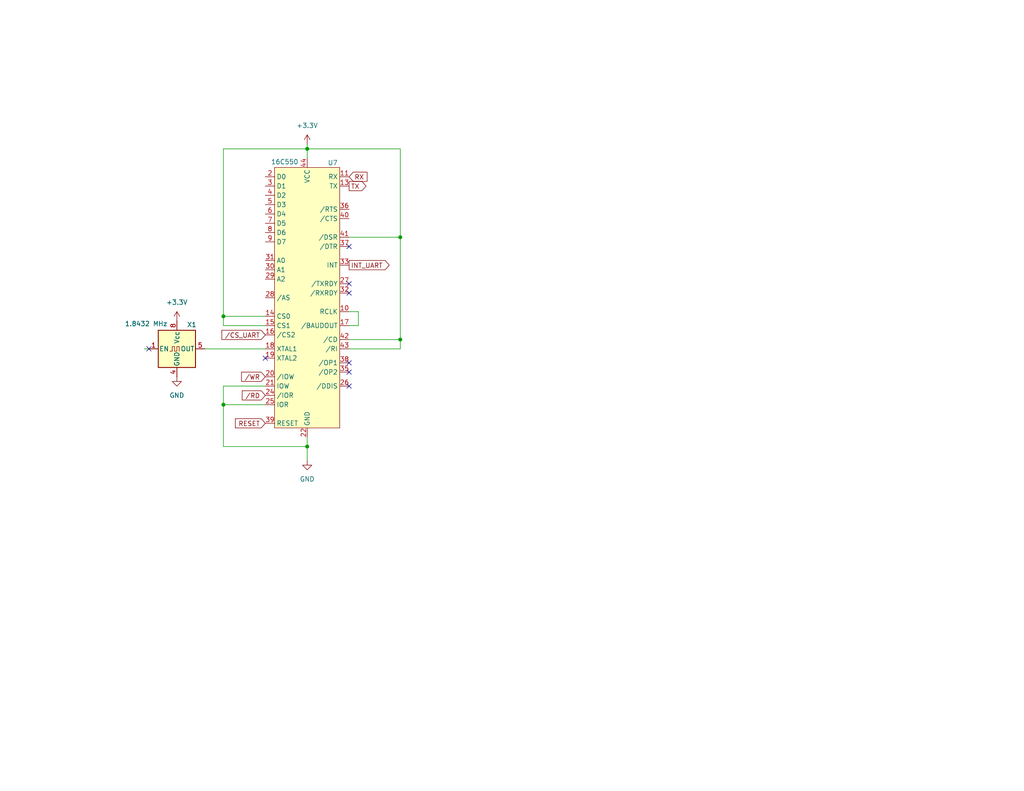
<source format=kicad_sch>
(kicad_sch (version 20231120) (generator "eeschema") (generator_version "8.0")
  (paper "USLetter")
  (title_block (title "Marlin 486 Proto") (date "2024-11-10") (rev "0.1") (company "Colin Maykish"))
  (lib_symbols
    (symbol "16C550:16C550"
      (property "Reference" "U" (at 6.604 35.306 0))
      (property "Value" "16C550" (at -6.604 35.052 0))
      (symbol "16C550_1_1"
        (rectangle (start -8.89 33.02) (end 8.89 -38.1) (fill (type background)))
        (pin no_connect line (at 11.43 -29.21 180) (length 2.54) hide (name "NC") (number "1"))
        (pin input line (at 11.43 -6.35 180) (length 2.54) (name "RCLK") (number "10"))
        (pin input line (at 11.43 30.48 180) (length 2.54) (name "RX") (number "11"))
        (pin no_connect line (at 11.43 -31.75 180) (length 2.54) hide (name "NC") (number "12"))
        (pin output line (at 11.43 27.94 180) (length 2.54) (name "TX") (number "13"))
        (pin input line (at -11.43 -7.62 0) (length 2.54) (name "CS0") (number "14"))
        (pin input line (at -11.43 -10.16 0) (length 2.54) (name "CS1") (number "15"))
        (pin input line (at -11.43 -12.7 0) (length 2.54) (name "/CS2") (number "16"))
        (pin output line (at 11.43 -10.16 180) (length 2.54) (name "/BAUDOUT") (number "17"))
        (pin input line (at -11.43 -16.51 0) (length 2.54) (name "XTAL1") (number "18"))
        (pin output line (at -11.43 -19.05 0) (length 2.54) (name "XTAL2") (number "19"))
        (pin bidirectional line (at -11.43 30.48 0) (length 2.54) (name "D0") (number "2"))
        (pin input line (at -11.43 -24.13 0) (length 2.54) (name "/IOW") (number "20"))
        (pin input line (at -11.43 -26.67 0) (length 2.54) (name "IOW") (number "21"))
        (pin power_in line (at 0 -40.64 90) (length 2.54) (name "GND") (number "22"))
        (pin no_connect line (at 11.43 -34.29 180) (length 2.54) hide (name "NC") (number "23"))
        (pin input line (at -11.43 -29.21 0) (length 2.54) (name "/IOR") (number "24"))
        (pin input line (at -11.43 -31.75 0) (length 2.54) (name "IOR") (number "25"))
        (pin output line (at 11.43 -26.67 180) (length 2.54) (name "/DDIS") (number "26"))
        (pin output line (at 11.43 1.27 180) (length 2.54) (name "/TXRDY") (number "27"))
        (pin input line (at -11.43 -2.54 0) (length 2.54) (name "/AS") (number "28"))
        (pin input line (at -11.43 2.54 0) (length 2.54) (name "A2") (number "29"))
        (pin bidirectional line (at -11.43 27.94 0) (length 2.54) (name "D1") (number "3"))
        (pin input line (at -11.43 5.08 0) (length 2.54) (name "A1") (number "30"))
        (pin input line (at -11.43 7.62 0) (length 2.54) (name "A0") (number "31"))
        (pin output line (at 11.43 -1.27 180) (length 2.54) (name "/RXRDY") (number "32"))
        (pin output line (at 11.43 6.35 180) (length 2.54) (name "INT") (number "33"))
        (pin no_connect line (at 11.43 -36.83 180) (length 2.54) hide (name "NC") (number "34"))
        (pin output line (at 11.43 -22.86 180) (length 2.54) (name "/OP2") (number "35"))
        (pin output line (at 11.43 21.59 180) (length 2.54) (name "/RTS") (number "36"))
        (pin output line (at 11.43 11.43 180) (length 2.54) (name "/DTR") (number "37"))
        (pin output line (at 11.43 -20.32 180) (length 2.54) (name "/OP1") (number "38"))
        (pin input line (at -11.43 -36.83 0) (length 2.54) (name "RESET") (number "39"))
        (pin bidirectional line (at -11.43 25.4 0) (length 2.54) (name "D2") (number "4"))
        (pin input line (at 11.43 19.05 180) (length 2.54) (name "/CTS") (number "40"))
        (pin input line (at 11.43 13.97 180) (length 2.54) (name "/DSR") (number "41"))
        (pin input line (at 11.43 -13.97 180) (length 2.54) (name "/CD") (number "42"))
        (pin input line (at 11.43 -16.51 180) (length 2.54) (name "/RI") (number "43"))
        (pin power_in line (at 0 35.56 270) (length 2.54) (name "VCC") (number "44"))
        (pin bidirectional line (at -11.43 22.86 0) (length 2.54) (name "D3") (number "5"))
        (pin bidirectional line (at -11.43 20.32 0) (length 2.54) (name "D4") (number "6"))
        (pin bidirectional line (at -11.43 17.78 0) (length 2.54) (name "D5") (number "7"))
        (pin bidirectional line (at -11.43 15.24 0) (length 2.54) (name "D6") (number "8"))
        (pin bidirectional line (at -11.43 12.7 0) (length 2.54) (name "D7") (number "9"))
      )
    )
    (symbol "Oscillator:CXO_DIP8" (pin_names (offset 0.254))
      (property "Reference" "X" (at -5.08 6.35 0))
      (property "Value" "CXO_DIP8" (at 1.27 -6.35 0))
      (symbol "CXO_DIP8_0_1"
        (rectangle (start -5.08 5.08) (end 5.08 -5.08) (stroke (width 0.254)) (fill (type background)))
        (polyline (pts (xy -1.905 -0.635) (xy -1.27 -0.635) (xy -1.27 0.635) (xy -0.635 0.635) (xy -0.635 -0.635) (xy 0 -0.635) (xy 0 0.635) (xy 0.635 0.635) (xy 0.635 -0.635)))
      )
      (symbol "CXO_DIP8_1_1"
        (pin input line (at -7.62 0 0) (length 2.54) (name "EN") (number "1"))
        (pin power_in line (at 0 -7.62 90) (length 2.54) (name "GND") (number "4"))
        (pin output line (at 7.62 0 180) (length 2.54) (name "OUT") (number "5"))
        (pin power_in line (at 0 7.62 270) (length 2.54) (name "Vcc") (number "8"))
      )
    )
    (symbol "power:+3.3V" (power) (pin_numbers hide) (pin_names (offset 0) hide)
      (property "Value" "+3.3V" (at 0 3.556 0))
      (symbol "+3.3V_0_1"
        (polyline (pts (xy -0.762 1.27) (xy 0 2.54)))
        (polyline (pts (xy 0 0) (xy 0 2.54)))
        (polyline (pts (xy 0 2.54) (xy 0.762 1.27)))
      )
      (symbol "+3.3V_1_1"
        (pin power_in line (at 0 0 90) (length 0) (name "~") (number "1"))
      )
    )
    (symbol "power:GND" (power) (pin_numbers hide) (pin_names (offset 0) hide)
      (property "Value" "GND" (at 0 -3.81 0))
      (symbol "GND_0_1"
        (polyline (pts (xy 0 0) (xy 0 -1.27) (xy 1.27 -1.27) (xy 0 -2.54) (xy -1.27 -1.27) (xy 0 -1.27)))
      )
      (symbol "GND_1_1"
        (pin power_in line (at 0 0 270) (length 0) (name "~") (number "1"))
      )
    )
  )
  (junction (at 109.22 92.71))
  (junction (at 60.96 86.36))
  (junction (at 60.96 110.49))
  (junction (at 83.82 121.92))
  (junction (at 83.82 40.64))
  (junction (at 109.22 64.77))
  (no_connect (at 95.25 67.31))
  (no_connect (at 95.25 77.47))
  (no_connect (at 40.64 95.25))
  (no_connect (at 95.25 99.06))
  (no_connect (at 95.25 101.6))
  (no_connect (at 72.39 97.79))
  (no_connect (at 95.25 105.41))
  (no_connect (at 95.25 80.01))
  (wire (pts (xy 97.79 85.09) (xy 95.25 85.09)))
  (wire (pts (xy 72.39 105.41) (xy 60.96 105.41)))
  (wire (pts (xy 55.88 95.25) (xy 72.39 95.25)))
  (wire (pts (xy 97.79 88.9) (xy 97.79 85.09)))
  (wire (pts (xy 60.96 110.49) (xy 72.39 110.49)))
  (wire (pts (xy 109.22 92.71) (xy 109.22 64.77)))
  (wire (pts (xy 39.37 95.25) (xy 40.64 95.25)))
  (wire (pts (xy 95.25 92.71) (xy 109.22 92.71)))
  (wire (pts (xy 95.25 64.77) (xy 109.22 64.77)))
  (wire (pts (xy 83.82 39.37) (xy 83.82 40.64)))
  (wire (pts (xy 109.22 95.25) (xy 109.22 92.71)))
  (wire (pts (xy 60.96 40.64) (xy 83.82 40.64)))
  (wire (pts (xy 60.96 105.41) (xy 60.96 110.49)))
  (wire (pts (xy 83.82 121.92) (xy 83.82 119.38)))
  (wire (pts (xy 109.22 40.64) (xy 83.82 40.64)))
  (wire (pts (xy 83.82 40.64) (xy 83.82 43.18)))
  (wire (pts (xy 72.39 86.36) (xy 60.96 86.36)))
  (wire (pts (xy 60.96 110.49) (xy 60.96 121.92)))
  (wire (pts (xy 95.25 88.9) (xy 97.79 88.9)))
  (wire (pts (xy 60.96 88.9) (xy 60.96 86.36)))
  (wire (pts (xy 60.96 40.64) (xy 60.96 86.36)))
  (wire (pts (xy 60.96 121.92) (xy 83.82 121.92)))
  (wire (pts (xy 95.25 95.25) (xy 109.22 95.25)))
  (wire (pts (xy 72.39 88.9) (xy 60.96 88.9)))
  (wire (pts (xy 83.82 125.73) (xy 83.82 121.92)))
  (wire (pts (xy 109.22 64.77) (xy 109.22 40.64)))
  (global_label "RESET" (shape input) (at 72.39 115.57 180) (property "Intersheetrefs" "${INTERSHEET_REFS}" (effects (hide yes))))
  (global_label "{slash}WR" (shape input) (at 72.39 102.87 180) (property "Intersheetrefs" "${INTERSHEET_REFS}" (effects (hide yes))))
  (global_label "TX" (shape output) (at 95.25 50.8 0) (property "Intersheetrefs" "${INTERSHEET_REFS}" (effects (hide yes))))
  (global_label "INT_UART" (shape output) (at 95.25 72.39 0) (property "Intersheetrefs" "${INTERSHEET_REFS}" (effects (hide yes))))
  (global_label "{slash}RD" (shape input) (at 72.39 107.95 180) (property "Intersheetrefs" "${INTERSHEET_REFS}" (effects (hide yes))))
  (global_label "RX" (shape input) (at 95.25 48.26 0) (property "Intersheetrefs" "${INTERSHEET_REFS}" (effects (hide yes))))
  (global_label "{slash}CS_UART" (shape input) (at 72.39 91.44 180) (property "Intersheetrefs" "${INTERSHEET_REFS}" (effects (hide yes))))
  (symbol (lib_id "power:GND") (at 83.82 125.73 0) (unit 1)
    (property "Reference" "#PWR024" (effects (hide yes)))
    (property "Value" "GND" (at 83.82 130.81 0))
    (property "Description" "Power symbol creates a global label with name \"GND\" , ground" (effects (hide yes)))
  )
  (symbol (lib_id "power:+3.3V") (at 48.26 87.63 0) (unit 1)
    (property "Reference" "#PWR027" (effects (hide yes)))
    (property "Value" "+3.3V" (at 48.26 82.55 0))
    (property "Description" "Power symbol creates a global label with name \"+3.3V\"" (effects (hide yes)))
  )
  (symbol (lib_id "power:+3.3V") (at 83.82 39.37 0) (unit 1)
    (property "Reference" "#PWR023" (effects (hide yes)))
    (property "Value" "+3.3V" (at 83.82 34.29 0))
    (property "Description" "Power symbol creates a global label with name \"+3.3V\"" (effects (hide yes)))
  )
  (symbol (lib_id "Oscillator:CXO_DIP8") (at 48.26 95.25 0) (unit 1)
    (property "Reference" "X1" (at 52.324 88.646 0))
    (property "Value" "1.8432 MHz" (at 39.878 88.392 0))
    (property "Footprint" "Oscillator:Oscillator_DIP-8" (effects (hide yes)))
    (property "Datasheet" "http://cdn-reichelt.de/documents/datenblatt/B400/OSZI.pdf" (effects (hide yes)))
    (property "Description" "Crystal Clock Oscillator, DIP8-style metal package" (effects (hide yes)))
  )
  (symbol (lib_id "16C550:16C550") (at 83.82 78.74 0) (unit 1)
    (property "Reference" "U7" (at 89.408 44.45 0) (effects (justify left)))
    (property "Value" "16C550" (at 73.914 44.196 0) (effects (justify left)))
    (property "Footprint" "Package_LCC:PLCC-44_THT-Socket" (effects (hide yes)))
  )
  (symbol (lib_id "power:GND") (at 48.26 102.87 0) (unit 1)
    (property "Reference" "#PWR026" (effects (hide yes)))
    (property "Value" "GND" (at 48.26 107.95 0))
    (property "Description" "Power symbol creates a global label with name \"GND\" , ground" (effects (hide yes)))
  )
)
</source>
